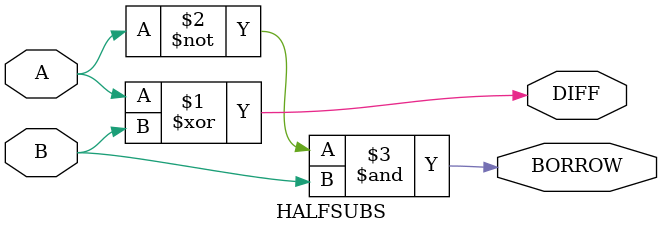
<source format=v>
`timescale 1ns / 1ps
module HALFSUBS(A,B,DIFF,BORROW);
    input A;
    input B;
    output DIFF;
    output BORROW;
    assign DIFF=A^B;
	 assign BORROW=~A&B;


endmodule

</source>
